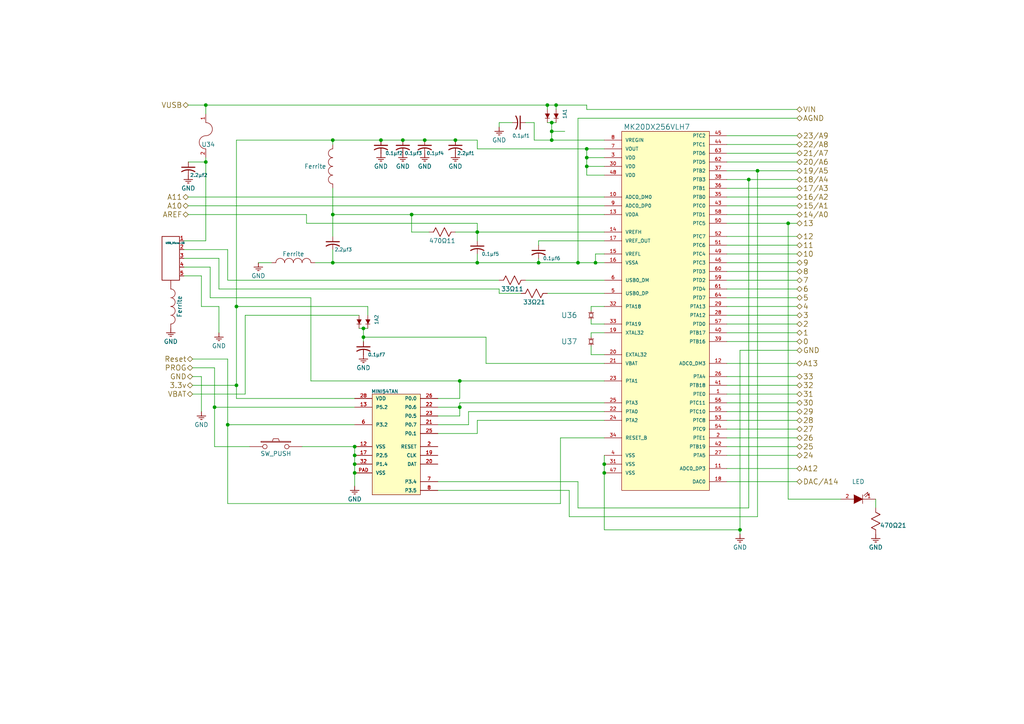
<source format=kicad_sch>
(kicad_sch (version 20230121) (generator eeschema)
  (paper "A4")
  (lib_symbols
    (symbol "ZettaOhm:Cap" (pin_numbers hide) (pin_names (offset 0.254) hide)
      (property "Reference" "C" (at 0.508 -1.27 0))
      (symbol "Cap_0_1"
        (rectangle (start -1.905 1.016) (end 1.905 1.016) (stroke (width 0.3048)))
        (arc (start 1.905 -0.254) (mid 0 0.2737) (end -1.905 -0.254) (stroke (width 0.3048)))
      )
      (symbol "Cap_1_1"
        (pin passive line (at 0 2.54 270) (length 1.397) (name "~") (number "1"))
        (pin passive line (at 0 -1.27 90) (length 1.4986) (name "~") (number "2"))
      )
    )
    (symbol "ZettaOhm:DIODE" (pin_numbers hide) (pin_names (offset 1.016) hide)
      (property "Reference" "D" (at 0 2.54 0))
      (symbol "DIODE_0_1"
        (polyline (pts (xy 1.27 -0.635) (xy 1.27 0.635) (xy 1.27 0.635)))
        (polyline (pts (xy 1.27 0) (xy 0 0.635) (xy 0 -0.635) (xy 0 -0.635)) (fill (type outline)))
      )
      (symbol "DIODE_1_1"
        (pin passive line (at -1.27 0 0) (length 1.27) (name "A") (number "1"))
        (pin passive line (at 2.54 0 180) (length 1.27) (name "K") (number "2"))
      )
    )
    (symbol "ZettaOhm:GND" (power) (pin_names (offset 0))
      (property "Value" "GND" (at 0 -3.81 0))
      (symbol "GND_0_1"
        (rectangle (start -1.27 -1.27) (end 0 -1.27) (stroke (width 0.2032)))
        (rectangle (start 0 -2.286) (end -0.254 -2.286) (stroke (width 0.2032)))
        (rectangle (start 0 -2.286) (end 0.254 -2.286) (stroke (width 0.2032)))
        (rectangle (start 0 -1.778) (end -0.762 -1.778) (stroke (width 0.2032)))
        (rectangle (start 0 -1.778) (end 0.762 -1.778) (stroke (width 0.2032)))
        (rectangle (start 0 0) (end 0 -1.27) (stroke (width 0.2032)))
        (rectangle (start 1.27 -1.27) (end 0 -1.27) (stroke (width 0.2032)))
      )
      (symbol "GND_1_1"
        (pin power_in line (at 0 0 270) (length 0) hide (name "GND") (number "1"))
      )
    )
    (symbol "ZettaOhm:MINI54TAN" (pin_names (offset 1.016))
      (property "Value" "MINI54TAN" (at -3.937 9.652 0))
      (symbol "MINI54TAN_0_1"
        (rectangle (start -7.62 8.89) (end 6.35 -20.32) (fill (type background)))
      )
      (symbol "MINI54TAN_1_1"
        (pin input line (at -12.7 -6.35 0) (length 5.08) (name "VSS") (number "12"))
        (pin input line (at -12.7 5.08 0) (length 5.08) (name "P5.2") (number "13"))
        (pin input line (at -12.7 -8.89 0) (length 5.08) (name "P2.5") (number "17"))
        (pin input line (at 11.43 -8.89 180) (length 5.08) (name "CLK") (number "19"))
        (pin input line (at 11.43 -6.35 180) (length 5.08) (name "RESET") (number "2"))
        (pin input line (at 11.43 -11.43 180) (length 5.08) (name "DAT") (number "20"))
        (pin input line (at 11.43 0 180) (length 5.08) (name "P0.7") (number "21"))
        (pin input line (at 11.43 5.08 180) (length 5.08) (name "P0.6") (number "22"))
        (pin input line (at 11.43 2.54 180) (length 5.08) (name "P0.5") (number "23"))
        (pin input line (at 11.43 -2.54 180) (length 5.08) (name "P0.1") (number "25"))
        (pin input line (at 11.43 7.62 180) (length 5.08) (name "P0.0") (number "26"))
        (pin input line (at -12.7 7.62 0) (length 5.08) (name "VDD") (number "28"))
        (pin input line (at -12.7 -11.43 0) (length 5.08) (name "P1.4") (number "32"))
        (pin input line (at -12.7 0 0) (length 5.08) (name "P3.2") (number "6"))
        (pin input line (at 11.43 -16.51 180) (length 5.08) (name "P3.4") (number "7"))
        (pin input line (at 11.43 -19.05 180) (length 5.08) (name "P3.5") (number "8"))
        (pin input line (at -12.7 -13.97 0) (length 5.08) (name "VSS") (number "PAD"))
      )
    )
    (symbol "ZettaOhm:MK20DX256VLH7" (pin_names (offset 1.016))
      (property "Value" "MK20DX256VLH7" (at 0 30.48 0))
      (symbol "MK20DX256VLH7_0_1"
        (rectangle (start -12.7 29.21) (end 12.7 -74.93) (fill (type background)))
      )
      (symbol "MK20DX256VLH7_1_1"
        (pin input line (at 17.78 -46.99 180) (length 5.08) (name "PTE0") (number "1"))
        (pin input line (at -17.78 10.16 0) (length 5.08) (name "ADC0_DM0") (number "10"))
        (pin input line (at 17.78 -68.58 180) (length 5.08) (name "ADC0_DP3") (number "11"))
        (pin input line (at 17.78 -38.1 180) (length 5.08) (name "ADC0_DM3") (number "12"))
        (pin input line (at -17.78 5.08 0) (length 5.08) (name "VDDA") (number "13"))
        (pin input line (at -17.78 0 0) (length 5.08) (name "VREFH") (number "14"))
        (pin input line (at -17.78 -6.35 0) (length 5.08) (name "VREFL") (number "15"))
        (pin input line (at -17.78 -8.89 0) (length 5.08) (name "VSSA") (number "16"))
        (pin input line (at -17.78 -2.54 0) (length 5.08) (name "VREF_OUT") (number "17"))
        (pin input line (at 17.78 -72.39 180) (length 5.08) (name "DAC0") (number "18"))
        (pin input line (at -17.78 -29.21 0) (length 5.08) (name "XTAL32") (number "19"))
        (pin input line (at 17.78 -59.69 180) (length 5.08) (name "PTE1") (number "2"))
        (pin input line (at -17.78 -35.56 0) (length 5.08) (name "EXTAL32") (number "20"))
        (pin input line (at -17.78 -38.1 0) (length 5.08) (name "VBAT") (number "21"))
        (pin input line (at -17.78 -52.07 0) (length 5.08) (name "PTA0") (number "22"))
        (pin input line (at -17.78 -43.18 0) (length 5.08) (name "PTA1") (number "23"))
        (pin input line (at -17.78 -54.61 0) (length 5.08) (name "PTA2") (number "24"))
        (pin input line (at -17.78 -49.53 0) (length 5.08) (name "PTA3") (number "25"))
        (pin input line (at 17.78 -41.91 180) (length 5.08) (name "PTA4") (number "26"))
        (pin input line (at 17.78 -64.77 180) (length 5.08) (name "PTA5") (number "27"))
        (pin input line (at 17.78 -24.13 180) (length 5.08) (name "PTA12") (number "28"))
        (pin input line (at 17.78 -21.59 180) (length 5.08) (name "PTA13") (number "29"))
        (pin input line (at -17.78 21.59 0) (length 5.08) (name "VDD") (number "3"))
        (pin input line (at -17.78 19.05 0) (length 5.08) (name "VDD") (number "30"))
        (pin input line (at -17.78 -67.31 0) (length 5.08) (name "VSS") (number "31"))
        (pin input line (at -17.78 -21.59 0) (length 5.08) (name "PTA18") (number "32"))
        (pin input line (at -17.78 -26.67 0) (length 5.08) (name "PTA19") (number "33"))
        (pin input line (at -17.78 -59.69 0) (length 5.08) (name "RESET_B") (number "34"))
        (pin input line (at 17.78 10.16 180) (length 5.08) (name "PTB0") (number "35"))
        (pin input line (at 17.78 12.7 180) (length 5.08) (name "PTB1") (number "36"))
        (pin input line (at 17.78 17.78 180) (length 5.08) (name "PTB2") (number "37"))
        (pin input line (at 17.78 15.24 180) (length 5.08) (name "PTB3") (number "38"))
        (pin input line (at 17.78 -31.75 180) (length 5.08) (name "PTB16") (number "39"))
        (pin input line (at -17.78 -64.77 0) (length 5.08) (name "VSS") (number "4"))
        (pin input line (at 17.78 -29.21 180) (length 5.08) (name "PTB17") (number "40"))
        (pin input line (at 17.78 -44.45 180) (length 5.08) (name "PTB18") (number "41"))
        (pin input line (at 17.78 -62.23 180) (length 5.08) (name "PTB19") (number "42"))
        (pin input line (at 17.78 7.62 180) (length 5.08) (name "PTC0") (number "43"))
        (pin input line (at 17.78 25.4 180) (length 5.08) (name "PTC1") (number "44"))
        (pin input line (at 17.78 27.94 180) (length 5.08) (name "PTC2") (number "45"))
        (pin input line (at 17.78 -8.89 180) (length 5.08) (name "PTC3") (number "46"))
        (pin input line (at -17.78 -69.85 0) (length 5.08) (name "VSS") (number "47"))
        (pin input line (at -17.78 16.51 0) (length 5.08) (name "VDD") (number "48"))
        (pin input line (at 17.78 -6.35 180) (length 5.08) (name "PTC4") (number "49"))
        (pin input line (at -17.78 -17.78 0) (length 5.08) (name "USB0_DP") (number "5"))
        (pin input line (at 17.78 2.54 180) (length 5.08) (name "PTC5") (number "50"))
        (pin input line (at 17.78 -3.81 180) (length 5.08) (name "PTC6") (number "51"))
        (pin input line (at 17.78 -1.27 180) (length 5.08) (name "PTC7") (number "52"))
        (pin input line (at 17.78 -54.61 180) (length 5.08) (name "PTC8") (number "53"))
        (pin input line (at 17.78 -57.15 180) (length 5.08) (name "PTC9") (number "54"))
        (pin input line (at 17.78 -52.07 180) (length 5.08) (name "PTC10") (number "55"))
        (pin input line (at 17.78 -49.53 180) (length 5.08) (name "PTC11") (number "56"))
        (pin input line (at 17.78 -26.67 180) (length 5.08) (name "PTD0") (number "57"))
        (pin input line (at 17.78 5.08 180) (length 5.08) (name "PTD1") (number "58"))
        (pin input line (at 17.78 -13.97 180) (length 5.08) (name "PTD2") (number "59"))
        (pin input line (at -17.78 -13.97 0) (length 5.08) (name "USB0_DM") (number "6"))
        (pin input line (at 17.78 -11.43 180) (length 5.08) (name "PTD3") (number "60"))
        (pin input line (at 17.78 -16.51 180) (length 5.08) (name "PTD4") (number "61"))
        (pin input line (at 17.78 20.32 180) (length 5.08) (name "PTD5") (number "62"))
        (pin input line (at 17.78 22.86 180) (length 5.08) (name "PTD6") (number "63"))
        (pin input line (at 17.78 -19.05 180) (length 5.08) (name "PTD7") (number "64"))
        (pin input line (at -17.78 24.13 0) (length 5.08) (name "VOUT") (number "7"))
        (pin input line (at -17.78 26.67 0) (length 5.08) (name "VREGIN") (number "8"))
        (pin input line (at -17.78 7.62 0) (length 5.08) (name "ADC0_DP0") (number "9"))
      )
    )
    (symbol "ZettaOhm:Resistor" (pin_numbers hide) (pin_names (offset 0))
      (property "Reference" "R" (at 2.54 -1.27 90))
      (symbol "Resistor_0_1"
        (polyline (pts (xy 0 2.54) (xy 1.27 1.905) (xy -1.27 0.635) (xy 1.27 -0.635) (xy -1.27 -1.905) (xy 0 -2.54)) (stroke (width 0.2032)))
      )
      (symbol "Resistor_1_1"
        (pin passive line (at 0 3.81 270) (length 1.27) (name "~") (number "1"))
        (pin passive line (at 0 -3.81 90) (length 1.27) (name "~") (number "2"))
      )
    )
    (symbol "ZettaOhm:USB_Micro-AB" (pin_names (offset 1.016))
      (property "Value" "USB_Micro-AB" (at 0 7.62 0))
      (symbol "USB_Micro-AB_0_1"
        (rectangle (start 2.54 -6.35) (end -2.54 6.35) (stroke (width 0.2032)))
      )
      (symbol "USB_Micro-AB_1_1"
        (pin passive line (at 3.81 5.08 180) (length 1.1938) (name "~") (number "1"))
        (pin passive line (at 3.81 2.54 180) (length 1.1938) (name "~") (number "2"))
        (pin passive line (at 3.81 0 180) (length 1.1938) (name "~") (number "3"))
        (pin passive line (at 3.81 -2.54 180) (length 1.1938) (name "~") (number "4"))
        (pin passive line (at 3.81 -5.08 180) (length 1.1938) (name "~") (number "5"))
        (pin passive line (at 0 -7.62 90) (length 1.1938) (name "~") (number "~"))
      )
    )
    (symbol "afx-01-rescue:CRYSTAL" (pin_numbers hide) (pin_names (offset 1.016) hide)
      (property "Reference" "X" (at 0 2.54 0))
      (property "Value" "CRYSTAL" (at 0 -2.54 0))
      (symbol "CRYSTAL_0_1"
        (rectangle (start -0.508 0.508) (end 0.508 -0.508))
        (polyline (pts (xy -0.762 0.762) (xy -0.762 -0.762) (xy -0.762 -0.762)))
        (polyline (pts (xy 0.762 0.762) (xy 0.762 -0.762) (xy 0.762 -0.762)))
      )
      (symbol "CRYSTAL_1_1"
        (pin passive line (at -1.27 0 0) (length 0.508) (name "1") (number "1"))
        (pin passive line (at 1.27 0 180) (length 0.508) (name "2") (number "2"))
      )
    )
    (symbol "afx-01-rescue:FUSE" (pin_names (offset 0.254))
      (property "Reference" "F" (at 2.54 1.27 0))
      (property "Value" "FUSE" (at -2.54 -1.27 0))
      (symbol "FUSE_0_1"
        (arc (start 0 0) (mid -1.905 1.8967) (end -3.81 0))
        (arc (start 0 0) (mid 1.905 -1.8967) (end 3.81 0))
      )
      (symbol "FUSE_1_1"
        (pin input line (at -6.35 0 0) (length 2.54) (name "~") (number "1"))
        (pin input line (at 6.35 0 180) (length 2.54) (name "~") (number "2"))
      )
    )
    (symbol "afx-01-rescue:INDUCTOR_SMALL" (pin_numbers hide) (pin_names (offset 0) hide)
      (property "Reference" "L" (at 0 2.54 0))
      (property "Value" "INDUCTOR_SMALL" (at 0 -1.27 0))
      (symbol "INDUCTOR_SMALL_0_1"
        (arc (start -2.54 0) (mid -3.81 1.2645) (end -5.08 0))
        (arc (start 0 0) (mid -1.27 1.2645) (end -2.54 0))
        (arc (start 2.54 0) (mid 1.27 1.2645) (end 0 0))
        (arc (start 5.08 0) (mid 3.81 1.2645) (end 2.54 0))
      )
      (symbol "INDUCTOR_SMALL_1_1"
        (pin input line (at -6.35 0 0) (length 1.27) (name "1") (number "1"))
        (pin input line (at 6.35 0 180) (length 1.27) (name "2") (number "2"))
      )
    )
    (symbol "afx-01-rescue:LED" (pin_names (offset 1.016) hide)
      (property "Reference" "D" (at 0 2.54 0))
      (property "Value" "LED" (at 0 -2.54 0))
      (symbol "LED_0_1"
        (polyline (pts (xy -1.27 1.27) (xy -1.27 -1.27)))
        (polyline (pts (xy -2.032 -0.635) (xy -3.175 -1.651) (xy -3.048 -1.016)))
        (polyline (pts (xy -1.651 -1.016) (xy -2.794 -2.032) (xy -2.667 -1.397)))
        (polyline (pts (xy 1.27 1.27) (xy -1.27 0) (xy 1.27 -1.27)) (fill (type outline)))
      )
      (symbol "LED_1_1"
        (pin passive line (at -5.08 0 0) (length 3.81) (name "K") (number "1"))
        (pin passive line (at 5.08 0 180) (length 3.81) (name "A") (number "2"))
      )
    )
    (symbol "afx-01-rescue:SW_PUSH" (pin_numbers hide) (pin_names (offset 1.016) hide)
      (property "Reference" "SW" (at 3.81 2.794 0))
      (property "Value" "SW_PUSH" (at 0 -2.032 0))
      (symbol "SW_PUSH_0_1"
        (rectangle (start -4.318 1.27) (end 4.318 1.524))
        (polyline (pts (xy -1.016 1.524) (xy -0.762 2.286) (xy 0.762 2.286) (xy 1.016 1.524)))
        (pin passive inverted (at -7.62 0 0) (length 5.08) (name "1") (number "1"))
        (pin passive inverted (at 7.62 0 180) (length 5.08) (name "2") (number "2"))
      )
    )
  )
  (junction (at 59.69 46.99))
  (junction (at 105.41 95.25))
  (junction (at 66.04 123.19))
  (junction (at 228.6 64.77))
  (junction (at 123.19 40.64))
  (junction (at 96.52 76.2))
  (junction (at 102.87 137.16))
  (junction (at 133.35 110.49))
  (junction (at 132.08 40.64))
  (junction (at 160.02 35.56))
  (junction (at 119.38 62.23))
  (junction (at 138.43 67.31))
  (junction (at 170.18 45.72))
  (junction (at 96.52 62.23))
  (junction (at 170.18 48.26))
  (junction (at 105.41 97.79))
  (junction (at 59.69 30.48))
  (junction (at 102.87 132.08))
  (junction (at 214.63 153.67))
  (junction (at 175.26 137.16))
  (junction (at 102.87 134.62))
  (junction (at 217.17 52.07))
  (junction (at 110.49 40.64))
  (junction (at 68.58 111.76))
  (junction (at 133.35 118.11))
  (junction (at 160.02 38.1))
  (junction (at 102.87 129.54))
  (junction (at 116.84 40.64))
  (junction (at 68.58 88.9))
  (junction (at 170.18 43.18))
  (junction (at 62.23 118.11))
  (junction (at 138.43 76.2))
  (junction (at 160.02 40.64))
  (junction (at 96.52 40.64))
  (junction (at 167.64 76.2))
  (junction (at 161.29 30.48))
  (junction (at 172.72 76.2))
  (junction (at 175.26 134.62))
  (junction (at 158.75 30.48))
  (junction (at 219.71 49.53))
  (junction (at 156.21 76.2))
  (wire (pts (xy 123.19 40.64) (xy 132.08 40.64)))
  (wire (pts (xy 170.18 45.72) (xy 170.18 48.26)))
  (wire (pts (xy 74.93 76.2) (xy 78.74 76.2)))
  (wire (pts (xy 210.82 139.7) (xy 231.14 139.7)))
  (wire (pts (xy 210.82 96.52) (xy 231.14 96.52)))
  (wire (pts (xy 105.41 97.79) (xy 105.41 99.06)))
  (wire (pts (xy 214.63 101.6) (xy 214.63 153.67)))
  (wire (pts (xy 210.82 73.66) (xy 231.14 73.66)))
  (wire (pts (xy 138.43 67.31) (xy 138.43 69.85)))
  (wire (pts (xy 62.23 106.68) (xy 62.23 118.11)))
  (wire (pts (xy 167.64 34.29) (xy 167.64 76.2)))
  (wire (pts (xy 172.72 73.66) (xy 172.72 76.2)))
  (wire (pts (xy 210.82 116.84) (xy 231.14 116.84)))
  (wire (pts (xy 66.04 72.39) (xy 66.04 81.28)))
  (wire (pts (xy 119.38 67.31) (xy 119.38 62.23)))
  (wire (pts (xy 231.14 31.75) (xy 170.18 31.75)))
  (wire (pts (xy 151.13 85.09) (xy 144.78 85.09)))
  (wire (pts (xy 90.17 110.49) (xy 90.17 86.36)))
  (wire (pts (xy 231.14 41.91) (xy 210.82 41.91)))
  (wire (pts (xy 96.52 72.39) (xy 96.52 76.2)))
  (wire (pts (xy 102.87 132.08) (xy 102.87 134.62)))
  (wire (pts (xy 175.26 81.28) (xy 152.4 81.28)))
  (wire (pts (xy 165.1 149.86) (xy 219.71 149.86)))
  (wire (pts (xy 144.78 35.56) (xy 148.59 35.56)))
  (wire (pts (xy 119.38 62.23) (xy 175.26 62.23)))
  (wire (pts (xy 210.82 135.89) (xy 231.14 135.89)))
  (wire (pts (xy 210.82 99.06) (xy 231.14 99.06)))
  (wire (pts (xy 58.42 88.9) (xy 63.5 88.9)))
  (wire (pts (xy 138.43 40.64) (xy 138.43 43.18)))
  (wire (pts (xy 106.68 88.9) (xy 68.58 88.9)))
  (wire (pts (xy 210.82 59.69) (xy 231.14 59.69)))
  (wire (pts (xy 162.56 146.05) (xy 162.56 127)))
  (wire (pts (xy 210.82 78.74) (xy 231.14 78.74)))
  (wire (pts (xy 160.02 35.56) (xy 161.29 35.56)))
  (wire (pts (xy 55.88 114.3) (xy 71.12 114.3)))
  (wire (pts (xy 68.58 40.64) (xy 68.58 88.9)))
  (wire (pts (xy 217.17 52.07) (xy 231.14 52.07)))
  (wire (pts (xy 210.82 129.54) (xy 231.14 129.54)))
  (wire (pts (xy 214.63 153.67) (xy 214.63 154.94)))
  (wire (pts (xy 210.82 64.77) (xy 228.6 64.77)))
  (wire (pts (xy 90.17 110.49) (xy 133.35 110.49)))
  (wire (pts (xy 167.64 76.2) (xy 172.72 76.2)))
  (wire (pts (xy 175.26 153.67) (xy 214.63 153.67)))
  (wire (pts (xy 154.94 40.64) (xy 154.94 35.56)))
  (wire (pts (xy 59.69 46.99) (xy 59.69 69.85)))
  (wire (pts (xy 110.49 40.64) (xy 116.84 40.64)))
  (wire (pts (xy 175.26 69.85) (xy 156.21 69.85)))
  (wire (pts (xy 210.82 105.41) (xy 231.14 105.41)))
  (wire (pts (xy 170.18 43.18) (xy 170.18 45.72)))
  (wire (pts (xy 167.64 139.7) (xy 167.64 147.32)))
  (wire (pts (xy 60.96 86.36) (xy 90.17 86.36)))
  (wire (pts (xy 88.9 62.23) (xy 54.61 62.23)))
  (wire (pts (xy 87.63 129.54) (xy 102.87 129.54)))
  (wire (pts (xy 66.04 146.05) (xy 162.56 146.05)))
  (wire (pts (xy 161.29 31.75) (xy 161.29 30.48)))
  (wire (pts (xy 133.35 116.84) (xy 175.26 116.84)))
  (wire (pts (xy 133.35 110.49) (xy 175.26 110.49)))
  (wire (pts (xy 210.82 111.76) (xy 231.14 111.76)))
  (wire (pts (xy 162.56 127) (xy 175.26 127)))
  (wire (pts (xy 170.18 43.18) (xy 175.26 43.18)))
  (wire (pts (xy 170.18 48.26) (xy 175.26 48.26)))
  (wire (pts (xy 127 125.73) (xy 138.43 125.73)))
  (wire (pts (xy 210.82 39.37) (xy 231.14 39.37)))
  (wire (pts (xy 210.82 52.07) (xy 217.17 52.07)))
  (wire (pts (xy 228.6 144.78) (xy 243.84 144.78)))
  (wire (pts (xy 210.82 124.46) (xy 231.14 124.46)))
  (wire (pts (xy 172.72 76.2) (xy 175.26 76.2)))
  (wire (pts (xy 135.89 119.38) (xy 175.26 119.38)))
  (wire (pts (xy 160.02 38.1) (xy 160.02 40.64)))
  (wire (pts (xy 60.96 77.47) (xy 60.96 86.36)))
  (wire (pts (xy 210.82 132.08) (xy 231.14 132.08)))
  (wire (pts (xy 210.82 88.9) (xy 231.14 88.9)))
  (wire (pts (xy 210.82 54.61) (xy 231.14 54.61)))
  (wire (pts (xy 91.44 76.2) (xy 96.52 76.2)))
  (wire (pts (xy 161.29 30.48) (xy 158.75 30.48)))
  (wire (pts (xy 138.43 64.77) (xy 138.43 67.31)))
  (wire (pts (xy 133.35 120.65) (xy 127 120.65)))
  (wire (pts (xy 231.14 62.23) (xy 210.82 62.23)))
  (wire (pts (xy 156.21 74.93) (xy 156.21 76.2)))
  (wire (pts (xy 68.58 115.57) (xy 102.87 115.57)))
  (wire (pts (xy 105.41 97.79) (xy 140.97 97.79)))
  (wire (pts (xy 105.41 95.25) (xy 105.41 97.79)))
  (wire (pts (xy 171.45 92.71) (xy 171.45 93.98)))
  (wire (pts (xy 160.02 40.64) (xy 175.26 40.64)))
  (wire (pts (xy 59.69 45.72) (xy 59.69 46.99)))
  (wire (pts (xy 127 139.7) (xy 167.64 139.7)))
  (wire (pts (xy 210.82 119.38) (xy 231.14 119.38)))
  (wire (pts (xy 59.69 69.85) (xy 53.34 69.85)))
  (wire (pts (xy 175.26 132.08) (xy 175.26 134.62)))
  (wire (pts (xy 170.18 30.48) (xy 161.29 30.48)))
  (wire (pts (xy 63.5 74.93) (xy 63.5 83.82)))
  (wire (pts (xy 231.14 76.2) (xy 210.82 76.2)))
  (wire (pts (xy 59.69 46.99) (xy 54.61 46.99)))
  (wire (pts (xy 62.23 118.11) (xy 62.23 129.54)))
  (wire (pts (xy 175.26 96.52) (xy 171.45 96.52)))
  (wire (pts (xy 55.88 106.68) (xy 62.23 106.68)))
  (wire (pts (xy 144.78 85.09) (xy 144.78 83.82)))
  (wire (pts (xy 53.34 80.01) (xy 58.42 80.01)))
  (wire (pts (xy 116.84 40.64) (xy 123.19 40.64)))
  (wire (pts (xy 68.58 111.76) (xy 68.58 115.57)))
  (wire (pts (xy 171.45 96.52) (xy 171.45 97.79)))
  (wire (pts (xy 96.52 54.61) (xy 96.52 62.23)))
  (wire (pts (xy 217.17 147.32) (xy 217.17 52.07)))
  (wire (pts (xy 158.75 35.56) (xy 160.02 35.56)))
  (wire (pts (xy 210.82 93.98) (xy 231.14 93.98)))
  (wire (pts (xy 175.26 85.09) (xy 158.75 85.09)))
  (wire (pts (xy 175.26 102.87) (xy 171.45 102.87)))
  (wire (pts (xy 175.26 134.62) (xy 175.26 137.16)))
  (wire (pts (xy 210.82 114.3) (xy 231.14 114.3)))
  (wire (pts (xy 171.45 102.87) (xy 171.45 100.33)))
  (wire (pts (xy 88.9 64.77) (xy 88.9 62.23)))
  (wire (pts (xy 171.45 88.9) (xy 171.45 90.17)))
  (wire (pts (xy 58.42 109.22) (xy 58.42 119.38)))
  (wire (pts (xy 127 123.19) (xy 135.89 123.19)))
  (wire (pts (xy 165.1 142.24) (xy 165.1 149.86)))
  (wire (pts (xy 158.75 30.48) (xy 59.69 30.48)))
  (wire (pts (xy 133.35 116.84) (xy 133.35 118.11)))
  (wire (pts (xy 231.14 34.29) (xy 167.64 34.29)))
  (wire (pts (xy 96.52 62.23) (xy 96.52 68.58)))
  (wire (pts (xy 210.82 68.58) (xy 231.14 68.58)))
  (wire (pts (xy 127 142.24) (xy 165.1 142.24)))
  (wire (pts (xy 219.71 49.53) (xy 231.14 49.53)))
  (wire (pts (xy 228.6 64.77) (xy 228.6 144.78)))
  (wire (pts (xy 175.26 45.72) (xy 170.18 45.72)))
  (wire (pts (xy 231.14 57.15) (xy 210.82 57.15)))
  (wire (pts (xy 170.18 48.26) (xy 170.18 50.8)))
  (wire (pts (xy 138.43 43.18) (xy 170.18 43.18)))
  (wire (pts (xy 106.68 88.9) (xy 106.68 91.44)))
  (wire (pts (xy 154.94 35.56) (xy 152.4 35.56)))
  (wire (pts (xy 58.42 80.01) (xy 58.42 88.9)))
  (wire (pts (xy 102.87 137.16) (xy 102.87 140.97)))
  (wire (pts (xy 102.87 129.54) (xy 102.87 132.08)))
  (wire (pts (xy 68.58 40.64) (xy 96.52 40.64)))
  (wire (pts (xy 231.14 101.6) (xy 214.63 101.6)))
  (wire (pts (xy 96.52 40.64) (xy 110.49 40.64)))
  (wire (pts (xy 55.88 111.76) (xy 68.58 111.76)))
  (wire (pts (xy 138.43 76.2) (xy 156.21 76.2)))
  (wire (pts (xy 105.41 95.25) (xy 106.68 95.25)))
  (wire (pts (xy 210.82 121.92) (xy 231.14 121.92)))
  (wire (pts (xy 104.14 95.25) (xy 105.41 95.25)))
  (wire (pts (xy 231.14 81.28) (xy 210.82 81.28)))
  (wire (pts (xy 127 115.57) (xy 133.35 115.57)))
  (wire (pts (xy 132.08 40.64) (xy 138.43 40.64)))
  (wire (pts (xy 96.52 76.2) (xy 138.43 76.2)))
  (wire (pts (xy 210.82 127) (xy 231.14 127)))
  (wire (pts (xy 62.23 129.54) (xy 72.39 129.54)))
  (wire (pts (xy 219.71 149.86) (xy 219.71 49.53)))
  (wire (pts (xy 210.82 83.82) (xy 231.14 83.82)))
  (wire (pts (xy 231.14 86.36) (xy 210.82 86.36)))
  (wire (pts (xy 66.04 123.19) (xy 66.04 146.05)))
  (wire (pts (xy 132.08 67.31) (xy 138.43 67.31)))
  (wire (pts (xy 210.82 49.53) (xy 219.71 49.53)))
  (wire (pts (xy 231.14 91.44) (xy 210.82 91.44)))
  (wire (pts (xy 55.88 109.22) (xy 58.42 109.22)))
  (wire (pts (xy 138.43 67.31) (xy 175.26 67.31)))
  (wire (pts (xy 210.82 109.22) (xy 231.14 109.22)))
  (wire (pts (xy 102.87 123.19) (xy 66.04 123.19)))
  (wire (pts (xy 138.43 125.73) (xy 138.43 121.92)))
  (wire (pts (xy 102.87 134.62) (xy 102.87 137.16)))
  (wire (pts (xy 231.14 71.12) (xy 210.82 71.12)))
  (wire (pts (xy 59.69 30.48) (xy 54.61 30.48)))
  (wire (pts (xy 140.97 97.79) (xy 140.97 105.41)))
  (wire (pts (xy 210.82 44.45) (xy 231.14 44.45)))
  (wire (pts (xy 53.34 72.39) (xy 66.04 72.39)))
  (wire (pts (xy 66.04 104.14) (xy 66.04 123.19)))
  (wire (pts (xy 144.78 35.56) (xy 144.78 36.83)))
  (wire (pts (xy 170.18 31.75) (xy 170.18 30.48)))
  (wire (pts (xy 68.58 88.9) (xy 68.58 111.76)))
  (wire (pts (xy 175.26 137.16) (xy 175.26 153.67)))
  (wire (pts (xy 167.64 147.32) (xy 217.17 147.32)))
  (wire (pts (xy 127 118.11) (xy 133.35 118.11)))
  (wire (pts (xy 156.21 69.85) (xy 156.21 71.12)))
  (wire (pts (xy 160.02 38.1) (xy 163.83 38.1)))
  (wire (pts (xy 66.04 81.28) (xy 144.78 81.28)))
  (wire (pts (xy 175.26 88.9) (xy 171.45 88.9)))
  (wire (pts (xy 63.5 83.82) (xy 144.78 83.82)))
  (wire (pts (xy 171.45 93.98) (xy 175.26 93.98)))
  (wire (pts (xy 53.34 77.47) (xy 60.96 77.47)))
  (wire (pts (xy 124.46 67.31) (xy 119.38 67.31)))
  (wire (pts (xy 133.35 115.57) (xy 133.35 110.49)))
  (wire (pts (xy 160.02 35.56) (xy 160.02 38.1)))
  (wire (pts (xy 138.43 73.66) (xy 138.43 76.2)))
  (wire (pts (xy 71.12 114.3) (xy 71.12 91.44)))
  (wire (pts (xy 138.43 64.77) (xy 88.9 64.77)))
  (wire (pts (xy 140.97 105.41) (xy 175.26 105.41)))
  (wire (pts (xy 138.43 121.92) (xy 175.26 121.92)))
  (wire (pts (xy 55.88 104.14) (xy 66.04 104.14)))
  (wire (pts (xy 96.52 40.64) (xy 96.52 41.91)))
  (wire (pts (xy 175.26 73.66) (xy 172.72 73.66)))
  (wire (pts (xy 228.6 64.77) (xy 231.14 64.77)))
  (wire (pts (xy 156.21 76.2) (xy 167.64 76.2)))
  (wire (pts (xy 254 144.78) (xy 254 147.32)))
  (wire (pts (xy 63.5 88.9) (xy 63.5 96.52)))
  (wire (pts (xy 54.61 59.69) (xy 175.26 59.69)))
  (wire (pts (xy 96.52 62.23) (xy 119.38 62.23)))
  (wire (pts (xy 133.35 118.11) (xy 133.35 120.65)))
  (wire (pts (xy 54.61 57.15) (xy 175.26 57.15)))
  (wire (pts (xy 102.87 118.11) (xy 62.23 118.11)))
  (wire (pts (xy 53.34 74.93) (xy 63.5 74.93)))
  (wire (pts (xy 135.89 123.19) (xy 135.89 119.38)))
  (wire (pts (xy 170.18 50.8) (xy 175.26 50.8)))
  (wire (pts (xy 154.94 40.64) (xy 160.02 40.64)))
  (wire (pts (xy 158.75 31.75) (xy 158.75 30.48)))
  (wire (pts (xy 59.69 30.48) (xy 59.69 33.02)))
  (wire (pts (xy 231.14 46.99) (xy 210.82 46.99)))
  (wire (pts (xy 71.12 91.44) (xy 104.14 91.44)))
  (hierarchical_label "20/A6" (shape bidirectional) (at 231.14 46.99 0) (effects (font (size 1.524 1.524))))
  (hierarchical_label "3.3v" (shape bidirectional) (at 55.88 111.76 180) (effects (font (size 1.524 1.524))))
  (hierarchical_label "18/A4" (shape bidirectional) (at 231.14 52.07 0) (effects (font (size 1.524 1.524))))
  (hierarchical_label "1" (shape bidirectional) (at 231.14 96.52 0) (effects (font (size 1.524 1.524))))
  (hierarchical_label "A12" (shape bidirectional) (at 231.14 135.89 0) (effects (font (size 1.524 1.524))))
  (hierarchical_label "0" (shape bidirectional) (at 231.14 99.06 0) (effects (font (size 1.524 1.524))))
  (hierarchical_label "VUSB" (shape bidirectional) (at 54.61 30.48 180) (effects (font (size 1.524 1.524))))
  (hierarchical_label "VBAT" (shape bidirectional) (at 55.88 114.3 180) (effects (font (size 1.524 1.524))))
  (hierarchical_label "VIN" (shape bidirectional) (at 231.14 31.75 0) (effects (font (size 1.524 1.524))))
  (hierarchical_label "28" (shape bidirectional) (at 231.14 121.92 0) (effects (font (size 1.524 1.524))))
  (hierarchical_label "11" (shape bidirectional) (at 231.14 71.12 0) (effects (font (size 1.524 1.524))))
  (hierarchical_label "AREF" (shape bidirectional) (at 54.61 62.23 180) (effects (font (size 1.524 1.524))))
  (hierarchical_label "13" (shape bidirectional) (at 231.14 64.77 0) (effects (font (size 1.524 1.524))))
  (hierarchical_label "7" (shape bidirectional) (at 231.14 81.28 0) (effects (font (size 1.524 1.524))))
  (hierarchical_label "GND" (shape bidirectional) (at 55.88 109.22 180) (effects (font (size 1.524 1.524))))
  (hierarchical_label "16/A2" (shape bidirectional) (at 231.14 57.15 0) (effects (font (size 1.524 1.524))))
  (hierarchical_label "15/A1" (shape bidirectional) (at 231.14 59.69 0) (effects (font (size 1.524 1.524))))
  (hierarchical_label "21/A7" (shape bidirectional) (at 231.14 44.45 0) (effects (font (size 1.524 1.524))))
  (hierarchical_label "A11" (shape bidirectional) (at 54.61 57.15 180) (effects (font (size 1.524 1.524))))
  (hierarchical_label "A13" (shape bidirectional) (at 231.14 105.41 0) (effects (font (size 1.524 1.524))))
  (hierarchical_label "9" (shape bidirectional) (at 231.14 76.2 0) (effects (font (size 1.524 1.524))))
  (hierarchical_label "14/A0" (shape bidirectional) (at 231.14 62.23 0) (effects (font (size 1.524 1.524))))
  (hierarchical_label "AGND" (shape bidirectional) (at 231.14 34.29 0) (effects (font (size 1.524 1.524))))
  (hierarchical_label "26" (shape bidirectional) (at 231.14 127 0) (effects (font (size 1.524 1.524))))
  (hierarchical_label "25" (shape bidirectional) (at 231.14 129.54 0) (effects (font (size 1.524 1.524))))
  (hierarchical_label "30" (shape bidirectional) (at 231.14 116.84 0) (effects (font (size 1.524 1.524))))
  (hierarchical_label "17/A3" (shape bidirectional) (at 231.14 54.61 0) (effects (font (size 1.524 1.524))))
  (hierarchical_label "19/A5" (shape bidirectional) (at 231.14 49.53 0) (effects (font (size 1.524 1.524))))
  (hierarchical_label "22/A8" (shape bidirectional) (at 231.14 41.91 0) (effects (font (size 1.524 1.524))))
  (hierarchical_label "33" (shape bidirectional) (at 231.14 109.22 0) (effects (font (size 1.524 1.524))))
  (hierarchical_label "10" (shape bidirectional) (at 231.14 73.66 0) (effects (font (size 1.524 1.524))))
  (hierarchical_label "Reset" (shape bidirectional) (at 55.88 104.14 180) (effects (font (size 1.524 1.524))))
  (hierarchical_label "2" (shape bidirectional) (at 231.14 93.98 0) (effects (font (size 1.524 1.524))))
  (hierarchical_label "12" (shape bidirectional) (at 231.14 68.58 0) (effects (font (size 1.524 1.524))))
  (hierarchical_label "4" (shape bidirectional) (at 231.14 88.9 0) (effects (font (size 1.524 1.524))))
  (hierarchical_label "27" (shape bidirectional) (at 231.14 124.46 0) (effects (font (size 1.524 1.524))))
  (hierarchical_label "23/A9" (shape bidirectional) (at 231.14 39.37 0) (effects (font (size 1.524 1.524))))
  (hierarchical_label "5" (shape bidirectional) (at 231.14 86.36 0) (effects (font (size 1.524 1.524))))
  (hierarchical_label "29" (shape bidirectional) (at 231.14 119.38 0) (effects (font (size 1.524 1.524))))
  (hierarchical_label "DAC/A14" (shape bidirectional) (at 231.14 139.7 0) (effects (font (size 1.524 1.524))))
  (hierarchical_label "24" (shape bidirectional) (at 231.14 132.08 0) (effects (font (size 1.524 1.524))))
  (hierarchical_label "32" (shape bidirectional) (at 231.14 111.76 0) (effects (font (size 1.524 1.524))))
  (hierarchical_label "A10" (shape bidirectional) (at 54.61 59.69 180) (effects (font (size 1.524 1.524))))
  (hierarchical_label "GND" (shape bidirectional) (at 231.14 101.6 0) (effects (font (size 1.524 1.524))))
  (hierarchical_label "6" (shape bidirectional) (at 231.14 83.82 0) (effects (font (size 1.524 1.524))))
  (hierarchical_label "31" (shape bidirectional) (at 231.14 114.3 0) (effects (font (size 1.524 1.524))))
  (hierarchical_label "PROG" (shape bidirectional) (at 55.88 106.68 180) (effects (font (size 1.524 1.524))))
  (hierarchical_label "8" (shape bidirectional) (at 231.14 78.74 0) (effects (font (size 1.524 1.524))))
  (hierarchical_label "3" (shape bidirectional) (at 231.14 91.44 0) (effects (font (size 1.524 1.524))))
  (symbol (lib_id "ZettaOhm:MK20DX256VLH7") (at 193.04 67.31 0) (unit 1)
    (property "Reference" "U35" (effects hide))
    (property "Value" "MK20DX256VLH7" (at 190.5 36.83 0) (effects (font (size 1.524 1.524))))
  )
  (symbol (lib_id "ZettaOhm:MINI54TAN") (at 115.57 123.19 0) (unit 1)
    (property "Reference" "U38" (effects hide))
    (property "Value" "MINI54TAN" (at 111.633 113.538 0) (effects (font (size 0.9906 0.9906))))
  )
  (symbol (lib_id "ZettaOhm:Cap") (at 132.08 43.18 0) (unit 1)
    (property "Reference" "2.2µf1" (at 132.588 44.45 0) (effects (font (size 0.9906 0.9906)) (justify left)))
    (property "Value" "Cap" (effects hide))
    (property "Footprint" "Capacitors_SMD:C_0805_HandSoldering" (effects hide))
  )
  (symbol (lib_id "ZettaOhm:Cap") (at 123.19 43.18 0) (unit 1)
    (property "Reference" "0.1µf4" (at 123.698 44.45 0) (effects (font (size 0.9906 0.9906)) (justify left)))
    (property "Value" "Cap" (effects hide))
    (property "Footprint" "Capacitors_SMD:C_0805_HandSoldering" (effects hide))
  )
  (symbol (lib_id "ZettaOhm:Cap") (at 116.84 43.18 0) (unit 1)
    (property "Reference" "0.1µf3" (at 117.348 44.45 0) (effects (font (size 0.9906 0.9906)) (justify left)))
    (property "Value" "Cap" (effects hide))
    (property "Footprint" "Capacitors_SMD:C_0805_HandSoldering" (effects hide))
  )
  (symbol (lib_id "ZettaOhm:Cap") (at 110.49 43.18 0) (unit 1)
    (property "Reference" "0.1µf2" (at 111.76 44.45 0) (effects (font (size 0.9906 0.9906)) (justify left)))
    (property "Value" "Cap" (effects hide))
    (property "Footprint" "Capacitors_SMD:C_0805_HandSoldering" (effects hide))
  )
  (symbol (lib_id "ZettaOhm:GND") (at 110.49 44.45 0) (unit 1)
    (property "Reference" "#PWR010" (effects hide))
    (property "Value" "GND" (at 110.49 48.26 0))
  )
  (symbol (lib_id "ZettaOhm:GND") (at 116.84 44.45 0) (unit 1)
    (property "Reference" "#PWR011" (effects hide))
    (property "Value" "GND" (at 116.84 48.26 0))
  )
  (symbol (lib_id "ZettaOhm:GND") (at 123.19 44.45 0) (unit 1)
    (property "Reference" "#PWR012" (effects hide))
    (property "Value" "GND" (at 123.19 48.26 0))
  )
  (symbol (lib_id "ZettaOhm:GND") (at 132.08 44.45 0) (unit 1)
    (property "Reference" "#PWR013" (effects hide))
    (property "Value" "GND" (at 132.08 48.26 0))
  )
  (symbol (lib_id "ZettaOhm:Cap") (at 105.41 101.6 0) (unit 1)
    (property "Reference" "0.1µf7" (at 106.68 102.87 0) (effects (font (size 0.9906 0.9906)) (justify left)))
    (property "Value" "Cap" (effects hide))
    (property "Footprint" "Capacitors_SMD:C_0805_HandSoldering" (effects hide))
  )
  (symbol (lib_id "ZettaOhm:GND") (at 105.41 102.87 0) (unit 1)
    (property "Reference" "#PWR014" (effects hide))
    (property "Value" "GND" (at 105.41 106.68 0))
  )
  (symbol (lib_id "ZettaOhm:DIODE") (at 104.14 92.71 270) (unit 1)
    (property "Reference" "D3" (effects hide))
    (property "Value" "DIODE" (effects hide))
    (property "Footprint" "Diodes_SMD:Diode-SMA_Handsoldering" (effects hide))
  )
  (symbol (lib_id "ZettaOhm:DIODE") (at 106.68 92.71 270) (unit 1)
    (property "Reference" "1A2" (at 109.22 92.71 0) (effects (font (size 1.016 1.016))))
    (property "Value" "DIODE" (effects hide))
    (property "Footprint" "Diodes_SMD:Diode-SMA_Handsoldering" (effects hide))
  )
  (symbol (lib_id "ZettaOhm:DIODE") (at 158.75 33.02 270) (unit 1)
    (property "Reference" "D2" (effects hide))
    (property "Value" "DIODE" (effects hide))
    (property "Footprint" "Diodes_SMD:Diode-SMA_Handsoldering" (effects hide))
  )
  (symbol (lib_id "ZettaOhm:DIODE") (at 161.29 33.02 270) (unit 1)
    (property "Reference" "1A1" (at 163.83 33.02 0) (effects (font (size 1.016 1.016))))
    (property "Value" "DIODE" (effects hide))
    (property "Footprint" "Diodes_SMD:Diode-SMA_Handsoldering" (effects hide))
  )
  (symbol (lib_id "ZettaOhm:Cap") (at 149.86 35.56 270) (unit 1)
    (property "Reference" "0.1µf1" (at 148.59 39.37 90) (effects (font (size 0.9906 0.9906)) (justify left)))
    (property "Value" "Cap" (effects hide))
    (property "Footprint" "Capacitors_SMD:C_0805_HandSoldering" (effects hide))
  )
  (symbol (lib_id "ZettaOhm:GND") (at 144.78 36.83 0) (unit 1)
    (property "Reference" "#PWR015" (effects hide))
    (property "Value" "GND" (at 144.78 40.64 0))
  )
  (symbol (lib_id "afx-01-rescue:INDUCTOR_SMALL") (at 96.52 48.26 90) (unit 1)
    (property "Reference" "L1" (effects hide))
    (property "Value" "Ferrite" (at 91.44 48.26 90))
  )
  (symbol (lib_id "afx-01-rescue:INDUCTOR_SMALL") (at 85.09 76.2 0) (unit 1)
    (property "Reference" "L2" (effects hide))
    (property "Value" "Ferrite" (at 85.09 73.66 0))
  )
  (symbol (lib_id "ZettaOhm:GND") (at 74.93 76.2 0) (unit 1)
    (property "Reference" "#PWR016" (effects hide))
    (property "Value" "GND" (at 74.93 80.01 0))
  )
  (symbol (lib_id "ZettaOhm:Cap") (at 96.52 71.12 0) (unit 1)
    (property "Reference" "2.2µf3" (at 97.028 72.39 0) (effects (font (size 0.9906 0.9906)) (justify left)))
    (property "Value" "Cap" (effects hide))
    (property "Footprint" "Capacitors_SMD:C_0805_HandSoldering" (effects hide))
  )
  (symbol (lib_id "ZettaOhm:Resistor") (at 128.27 67.31 270) (unit 1)
    (property "Reference" "470Ω11" (at 128.27 69.85 90))
    (property "Value" "Resistor" (effects hide))
    (property "Footprint" "Resistors_SMD:R_0805_HandSoldering" (effects hide))
  )
  (symbol (lib_id "ZettaOhm:Cap") (at 138.43 72.39 0) (unit 1)
    (property "Reference" "0.1µf5" (at 139.7 73.66 0) (effects (font (size 0.9906 0.9906)) (justify left)))
    (property "Value" "Cap" (effects hide))
    (property "Footprint" "Capacitors_SMD:C_0805_HandSoldering" (effects hide))
  )
  (symbol (lib_id "ZettaOhm:Cap") (at 156.21 73.66 0) (unit 1)
    (property "Reference" "0.1µf6" (at 157.48 74.93 0) (effects (font (size 0.9906 0.9906)) (justify left)))
    (property "Value" "Cap" (effects hide))
    (property "Footprint" "Capacitors_SMD:C_0805_HandSoldering" (effects hide))
  )
  (symbol (lib_id "ZettaOhm:Resistor") (at 148.59 81.28 270) (unit 1)
    (property "Reference" "33Ω11" (at 148.59 83.82 90))
    (property "Value" "Resistor" (effects hide))
    (property "Footprint" "Resistors_SMD:R_0805_HandSoldering" (effects hide))
  )
  (symbol (lib_id "ZettaOhm:Resistor") (at 154.94 85.09 270) (unit 1)
    (property "Reference" "33Ω21" (at 154.94 87.63 90))
    (property "Value" "Resistor" (effects hide))
    (property "Footprint" "Resistors_SMD:R_0805_HandSoldering" (effects hide))
  )
  (symbol (lib_id "ZettaOhm:USB_Micro-AB") (at 49.53 74.93 0) (unit 1)
    (property "Reference" "M1" (effects hide))
    (property "Value" "USB_Micro-AB" (at 50.8 70.485 0) (effects (font (size 0.508 0.508))))
  )
  (symbol (lib_id "afx-01-rescue:FUSE") (at 59.69 39.37 270) (unit 1)
    (property "Reference" "U34" (at 58.42 41.91 90) (effects (justify left)))
    (property "Value" "FUSE" (effects hide))
  )
  (symbol (lib_id "ZettaOhm:Cap") (at 54.61 49.53 0) (unit 1)
    (property "Reference" "2.2µf2" (at 55.118 50.8 0) (effects (font (size 0.9906 0.9906)) (justify left)))
    (property "Value" "Cap" (effects hide))
    (property "Footprint" "Capacitors_SMD:C_0805_HandSoldering" (effects hide))
  )
  (symbol (lib_id "ZettaOhm:GND") (at 54.61 50.8 0) (unit 1)
    (property "Reference" "#PWR017" (effects hide))
    (property "Value" "GND" (at 54.61 54.61 0))
  )
  (symbol (lib_id "ZettaOhm:GND") (at 58.42 119.38 0) (unit 1)
    (property "Reference" "#PWR018" (effects hide))
    (property "Value" "GND" (at 58.42 123.19 0))
  )
  (symbol (lib_id "ZettaOhm:GND") (at 102.87 140.97 0) (unit 1)
    (property "Reference" "#PWR019" (effects hide))
    (property "Value" "GND" (at 102.87 144.78 0))
  )
  (symbol (lib_id "afx-01-rescue:SW_PUSH") (at 80.01 129.54 0) (unit 1)
    (property "Reference" "SW1" (effects hide))
    (property "Value" "SW_PUSH" (at 80.01 131.572 0))
  )
  (symbol (lib_id "afx-01-rescue:LED") (at 248.92 144.78 180) (unit 1)
    (property "Reference" "D4" (effects hide))
    (property "Value" "LED" (at 248.92 139.7 0))
    (property "Footprint" "LEDs:LED-0805" (effects hide))
  )
  (symbol (lib_id "ZettaOhm:GND") (at 254 154.94 0) (unit 1)
    (property "Reference" "#PWR020" (effects hide))
    (property "Value" "GND" (at 254 158.75 0))
  )
  (symbol (lib_id "ZettaOhm:Resistor") (at 254 151.13 0) (unit 1)
    (property "Reference" "470Ω21" (at 259.08 152.4 0))
    (property "Value" "Resistor" (effects hide))
    (property "Footprint" "Resistors_SMD:R_0805_HandSoldering" (effects hide))
  )
  (symbol (lib_id "ZettaOhm:GND") (at 63.5 96.52 0) (unit 1)
    (property "Reference" "#PWR021" (effects hide))
    (property "Value" "GND" (at 63.5 100.33 0))
  )
  (symbol (lib_id "afx-01-rescue:INDUCTOR_SMALL") (at 49.53 88.9 270) (unit 1)
    (property "Reference" "L3" (effects hide))
    (property "Value" "Ferrite" (at 52.07 88.9 0))
  )
  (symbol (lib_id "ZettaOhm:GND") (at 49.53 95.25 0) (unit 1)
    (property "Reference" "#PWR022" (effects hide))
    (property "Value" "GND" (at 49.53 99.06 0))
  )
  (symbol (lib_id "afx-01-rescue:CRYSTAL") (at 171.45 91.44 270) (unit 1)
    (property "Reference" "U36" (at 165.1 91.44 90) (effects (font (size 1.524 1.524))))
    (property "Value" "CRYSTAL" (effects hide))
  )
  (symbol (lib_id "afx-01-rescue:CRYSTAL") (at 171.45 99.06 270) (unit 1)
    (property "Reference" "U37" (at 165.1 99.06 90) (effects (font (size 1.524 1.524))))
    (property "Value" "CRYSTAL" (effects hide))
  )
  (symbol (lib_id "ZettaOhm:GND") (at 214.63 154.94 0) (unit 1)
    (property "Reference" "#PWR023" (effects hide))
    (property "Value" "GND" (at 214.63 158.75 0))
  )
)
</source>
